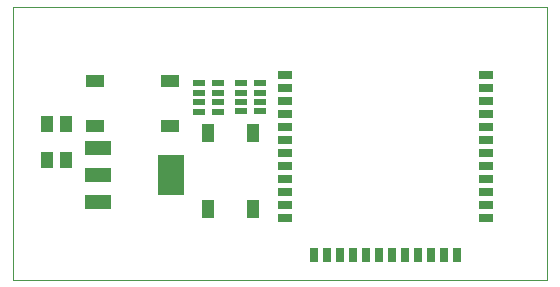
<source format=gtp>
G75*
%MOIN*%
%OFA0B0*%
%FSLAX25Y25*%
%IPPOS*%
%LPD*%
%AMOC8*
5,1,8,0,0,1.08239X$1,22.5*
%
%ADD10C,0.00000*%
%ADD11R,0.04000X0.02000*%
%ADD12R,0.04331X0.05512*%
%ADD13R,0.02500X0.05000*%
%ADD14R,0.05000X0.02500*%
%ADD15R,0.03937X0.06299*%
%ADD16R,0.06299X0.03937*%
%ADD17R,0.08661X0.13780*%
%ADD18R,0.08661X0.04724*%
D10*
X0001757Y0001179D02*
X0001757Y0092320D01*
X0179750Y0092320D01*
X0179750Y0001179D01*
X0001757Y0001179D01*
D11*
X0063633Y0057350D03*
X0063633Y0060500D03*
X0063633Y0063649D03*
X0063633Y0066799D03*
X0069932Y0066799D03*
X0069932Y0063649D03*
X0069932Y0060500D03*
X0069932Y0057350D03*
X0077568Y0057405D03*
X0077568Y0060555D03*
X0077568Y0063704D03*
X0083867Y0063704D03*
X0083867Y0060555D03*
X0083867Y0057405D03*
X0083867Y0066854D03*
X0077568Y0066854D03*
D12*
X0019230Y0053068D03*
X0012931Y0053068D03*
X0012931Y0041257D03*
X0019230Y0041257D03*
D13*
X0101939Y0009538D03*
X0106269Y0009538D03*
X0110600Y0009538D03*
X0114931Y0009538D03*
X0119261Y0009538D03*
X0123592Y0009538D03*
X0127923Y0009538D03*
X0132254Y0009538D03*
X0136584Y0009538D03*
X0140915Y0009538D03*
X0145246Y0009538D03*
X0149576Y0009538D03*
D14*
X0159222Y0021939D03*
X0159222Y0026270D03*
X0159222Y0030601D03*
X0159222Y0034932D03*
X0159222Y0039262D03*
X0159222Y0043593D03*
X0159222Y0047924D03*
X0159222Y0052254D03*
X0159222Y0056585D03*
X0159222Y0060916D03*
X0159222Y0065246D03*
X0159222Y0069577D03*
X0092293Y0069577D03*
X0092293Y0065246D03*
X0092293Y0060916D03*
X0092293Y0056585D03*
X0092293Y0052254D03*
X0092293Y0047924D03*
X0092293Y0043593D03*
X0092293Y0039262D03*
X0092293Y0034932D03*
X0092293Y0030601D03*
X0092293Y0026270D03*
X0092293Y0021939D03*
D15*
X0081615Y0025033D03*
X0066654Y0025033D03*
X0066654Y0050230D03*
X0081615Y0050230D03*
D16*
X0054137Y0052589D03*
X0028940Y0052589D03*
X0028940Y0067549D03*
X0054137Y0067549D03*
D17*
X0054303Y0036314D03*
D18*
X0029894Y0036314D03*
X0029894Y0027259D03*
X0029894Y0045369D03*
M02*

</source>
